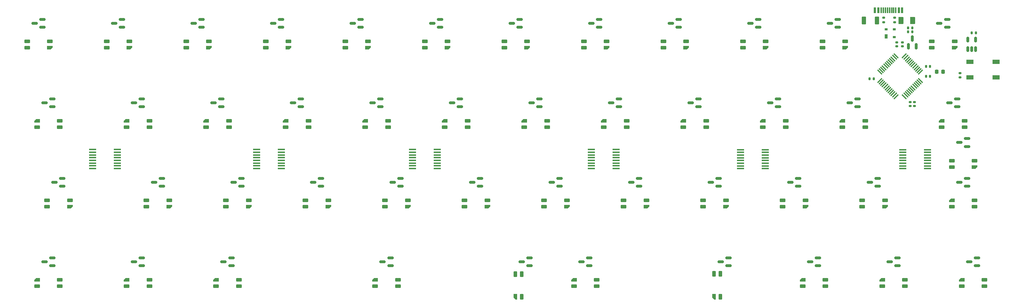
<source format=gbr>
G04 #@! TF.GenerationSoftware,KiCad,Pcbnew,(7.0.0)*
G04 #@! TF.CreationDate,2023-09-24T22:26:46+02:00*
G04 #@! TF.ProjectId,vootington,766f6f74-696e-4677-946f-6e2e6b696361,rev?*
G04 #@! TF.SameCoordinates,Original*
G04 #@! TF.FileFunction,Paste,Bot*
G04 #@! TF.FilePolarity,Positive*
%FSLAX46Y46*%
G04 Gerber Fmt 4.6, Leading zero omitted, Abs format (unit mm)*
G04 Created by KiCad (PCBNEW (7.0.0)) date 2023-09-24 22:26:46*
%MOMM*%
%LPD*%
G01*
G04 APERTURE LIST*
G04 Aperture macros list*
%AMRoundRect*
0 Rectangle with rounded corners*
0 $1 Rounding radius*
0 $2 $3 $4 $5 $6 $7 $8 $9 X,Y pos of 4 corners*
0 Add a 4 corners polygon primitive as box body*
4,1,4,$2,$3,$4,$5,$6,$7,$8,$9,$2,$3,0*
0 Add four circle primitives for the rounded corners*
1,1,$1+$1,$2,$3*
1,1,$1+$1,$4,$5*
1,1,$1+$1,$6,$7*
1,1,$1+$1,$8,$9*
0 Add four rect primitives between the rounded corners*
20,1,$1+$1,$2,$3,$4,$5,0*
20,1,$1+$1,$4,$5,$6,$7,0*
20,1,$1+$1,$6,$7,$8,$9,0*
20,1,$1+$1,$8,$9,$2,$3,0*%
%AMFreePoly0*
4,1,18,-0.410000,0.593000,-0.403758,0.624380,-0.385983,0.650983,-0.359380,0.668758,-0.328000,0.675000,0.328000,0.675000,0.359380,0.668758,0.385983,0.650983,0.403758,0.624380,0.410000,0.593000,0.410000,-0.593000,0.403758,-0.624380,0.385983,-0.650983,0.359380,-0.668758,0.328000,-0.675000,0.000000,-0.675000,-0.410000,-0.265000,-0.410000,0.593000,-0.410000,0.593000,$1*%
G04 Aperture macros list end*
%ADD10RoundRect,0.082000X-0.328000X-0.593000X0.328000X-0.593000X0.328000X0.593000X-0.328000X0.593000X0*%
%ADD11FreePoly0,0.000000*%
%ADD12RoundRect,0.150000X0.150000X-0.512500X0.150000X0.512500X-0.150000X0.512500X-0.150000X-0.512500X0*%
%ADD13RoundRect,0.150000X0.587500X0.150000X-0.587500X0.150000X-0.587500X-0.150000X0.587500X-0.150000X0*%
%ADD14R,1.778000X0.419100*%
%ADD15RoundRect,0.082000X-0.593000X0.328000X-0.593000X-0.328000X0.593000X-0.328000X0.593000X0.328000X0*%
%ADD16FreePoly0,270.000000*%
%ADD17RoundRect,0.082000X0.593000X-0.328000X0.593000X0.328000X-0.593000X0.328000X-0.593000X-0.328000X0*%
%ADD18FreePoly0,90.000000*%
%ADD19R,1.800000X1.100000*%
%ADD20RoundRect,0.075000X0.521491X-0.415425X-0.415425X0.521491X-0.521491X0.415425X0.415425X-0.521491X0*%
%ADD21RoundRect,0.075000X0.521491X0.415425X0.415425X0.521491X-0.521491X-0.415425X-0.415425X-0.521491X0*%
%ADD22RoundRect,0.140000X0.140000X0.170000X-0.140000X0.170000X-0.140000X-0.170000X0.140000X-0.170000X0*%
%ADD23RoundRect,0.135000X0.185000X-0.135000X0.185000X0.135000X-0.185000X0.135000X-0.185000X-0.135000X0*%
%ADD24RoundRect,0.140000X-0.170000X0.140000X-0.170000X-0.140000X0.170000X-0.140000X0.170000X0.140000X0*%
%ADD25R,0.700000X1.000000*%
%ADD26R,0.700000X0.600000*%
%ADD27RoundRect,0.140000X-0.140000X-0.170000X0.140000X-0.170000X0.140000X0.170000X-0.140000X0.170000X0*%
%ADD28R,0.600000X1.450000*%
%ADD29R,0.300000X1.450000*%
%ADD30RoundRect,0.140000X0.170000X-0.140000X0.170000X0.140000X-0.170000X0.140000X-0.170000X-0.140000X0*%
%ADD31RoundRect,0.250000X-0.275000X-0.700000X0.275000X-0.700000X0.275000X0.700000X-0.275000X0.700000X0*%
%ADD32RoundRect,0.225000X-0.225000X-0.250000X0.225000X-0.250000X0.225000X0.250000X-0.225000X0.250000X0*%
%ADD33RoundRect,0.150000X0.150000X-0.587500X0.150000X0.587500X-0.150000X0.587500X-0.150000X-0.587500X0*%
%ADD34RoundRect,0.250000X-0.375000X-0.625000X0.375000X-0.625000X0.375000X0.625000X-0.375000X0.625000X0*%
G04 APERTURE END LIST*
D10*
X152212750Y-101395000D03*
X150712750Y-101395000D03*
X152212750Y-106845000D03*
D11*
X150712749Y-106844999D03*
D12*
X260982500Y-47492500D03*
X260032500Y-47492500D03*
X259082500Y-47492500D03*
X259082500Y-45217500D03*
X260982500Y-45217500D03*
D13*
X258906250Y-68900000D03*
X258906250Y-70800000D03*
X257031250Y-69850000D03*
D14*
X210569635Y-71563904D03*
X210569635Y-72214144D03*
X210569635Y-72864384D03*
X210569635Y-73514624D03*
X210569635Y-74159784D03*
X210569635Y-74810024D03*
X210569635Y-75460264D03*
X210569635Y-76110504D03*
X204620955Y-76110504D03*
X204620955Y-75460264D03*
X204620955Y-74810024D03*
X204620955Y-74159784D03*
X204620955Y-73514624D03*
X204620955Y-72864384D03*
X204620955Y-72214144D03*
X204620955Y-71563904D03*
D15*
X41618750Y-104279000D03*
X41618750Y-102779000D03*
X36168750Y-104279000D03*
D16*
X36168749Y-102778999D03*
D13*
X201756250Y-97475000D03*
X201756250Y-99375000D03*
X199881250Y-98425000D03*
D17*
X109987500Y-45629000D03*
X109987500Y-47129000D03*
X115437500Y-45629000D03*
D18*
X115437499Y-47128999D03*
D13*
X39831250Y-97475000D03*
X39831250Y-99375000D03*
X37956250Y-98425000D03*
D17*
X38550000Y-83729000D03*
X38550000Y-85229000D03*
X44000000Y-83729000D03*
D18*
X43999999Y-85228999D03*
D13*
X151750000Y-40325000D03*
X151750000Y-42225000D03*
X149875000Y-41275000D03*
D17*
X214762500Y-83729000D03*
X214762500Y-85229000D03*
X220212500Y-83729000D03*
D18*
X220212499Y-85228999D03*
D15*
X263075000Y-104279000D03*
X263075000Y-102779000D03*
X257625000Y-104279000D03*
D16*
X257624999Y-102778999D03*
D13*
X85075000Y-78425000D03*
X85075000Y-80325000D03*
X83200000Y-79375000D03*
X120793750Y-97475000D03*
X120793750Y-99375000D03*
X118918750Y-98425000D03*
D19*
X265831249Y-50537499D03*
X259631249Y-50537499D03*
X265831249Y-54237499D03*
X259631249Y-54237499D03*
D20*
X247775376Y-54973788D03*
X247421822Y-55327342D03*
X247068269Y-55680895D03*
X246714715Y-56034449D03*
X246361162Y-56388002D03*
X246007609Y-56741555D03*
X245654055Y-57095109D03*
X245300502Y-57448662D03*
X244946949Y-57802215D03*
X244593395Y-58155769D03*
X244239842Y-58509322D03*
X243886288Y-58862876D03*
D21*
X241888712Y-58862876D03*
X241535158Y-58509322D03*
X241181605Y-58155769D03*
X240828051Y-57802215D03*
X240474498Y-57448662D03*
X240120945Y-57095109D03*
X239767391Y-56741555D03*
X239413838Y-56388002D03*
X239060285Y-56034449D03*
X238706731Y-55680895D03*
X238353178Y-55327342D03*
X237999624Y-54973788D03*
D20*
X237999624Y-52976212D03*
X238353178Y-52622658D03*
X238706731Y-52269105D03*
X239060285Y-51915551D03*
X239413838Y-51561998D03*
X239767391Y-51208445D03*
X240120945Y-50854891D03*
X240474498Y-50501338D03*
X240828051Y-50147785D03*
X241181605Y-49794231D03*
X241535158Y-49440678D03*
X241888712Y-49087124D03*
D21*
X243886288Y-49087124D03*
X244239842Y-49440678D03*
X244593395Y-49794231D03*
X244946949Y-50147785D03*
X245300502Y-50501338D03*
X245654055Y-50854891D03*
X246007609Y-51208445D03*
X246361162Y-51561998D03*
X246714715Y-51915551D03*
X247068269Y-52269105D03*
X247421822Y-52622658D03*
X247775376Y-52976212D03*
D17*
X186187500Y-45629000D03*
X186187500Y-47129000D03*
X191637500Y-45629000D03*
D18*
X191637499Y-47128999D03*
D22*
X245774634Y-42346718D03*
X244814634Y-42346718D03*
D15*
X84481250Y-104279000D03*
X84481250Y-102779000D03*
X79031250Y-104279000D03*
D16*
X79031249Y-102778999D03*
D23*
X238918750Y-40991250D03*
X238918750Y-39971250D03*
D24*
X246345055Y-60165152D03*
X246345055Y-61125152D03*
D15*
X63050000Y-66179000D03*
X63050000Y-64679000D03*
X57600000Y-66179000D03*
D16*
X57599999Y-64678999D03*
D15*
X101150000Y-66179000D03*
X101150000Y-64679000D03*
X95700000Y-66179000D03*
D16*
X95699999Y-64678999D03*
D13*
X199375000Y-78425000D03*
X199375000Y-80325000D03*
X197500000Y-79375000D03*
X137462500Y-59375000D03*
X137462500Y-61275000D03*
X135587500Y-60325000D03*
D25*
X239506249Y-44406249D03*
D26*
X239506249Y-42706249D03*
X241506249Y-42706249D03*
X241506249Y-44606249D03*
D13*
X227950000Y-40325000D03*
X227950000Y-42225000D03*
X226075000Y-41275000D03*
X256525000Y-59375000D03*
X256525000Y-61275000D03*
X254650000Y-60325000D03*
X156512500Y-59375000D03*
X156512500Y-61275000D03*
X154637500Y-60325000D03*
D27*
X244819051Y-43317532D03*
X245779051Y-43317532D03*
D17*
X71887500Y-45629000D03*
X71887500Y-47129000D03*
X77337500Y-45629000D03*
D18*
X77337499Y-47128999D03*
D15*
X120200000Y-66179000D03*
X120200000Y-64679000D03*
X114750000Y-66179000D03*
D16*
X114749999Y-64678999D03*
D15*
X215450000Y-66179000D03*
X215450000Y-64679000D03*
X210000000Y-66179000D03*
D16*
X209999999Y-64678999D03*
D17*
X255243750Y-74204000D03*
X255243750Y-75704000D03*
X260693750Y-74204000D03*
D18*
X260693749Y-75703999D03*
D13*
X142225000Y-78425000D03*
X142225000Y-80325000D03*
X140350000Y-79375000D03*
D17*
X33787500Y-45629000D03*
X33787500Y-47129000D03*
X39237500Y-45629000D03*
D18*
X39237499Y-47128999D03*
D13*
X132700000Y-40325000D03*
X132700000Y-42225000D03*
X130825000Y-41275000D03*
D24*
X245268750Y-60158750D03*
X245268750Y-61118750D03*
D13*
X154131250Y-97475000D03*
X154131250Y-99375000D03*
X152256250Y-98425000D03*
D23*
X241553411Y-40991249D03*
X241553411Y-39971249D03*
D15*
X41618750Y-66179000D03*
X41618750Y-64679000D03*
X36168750Y-66179000D03*
D16*
X36168749Y-64678999D03*
D17*
X195712500Y-83729000D03*
X195712500Y-85229000D03*
X201162500Y-83729000D03*
D18*
X201162499Y-85228999D03*
D13*
X123175000Y-78425000D03*
X123175000Y-80325000D03*
X121300000Y-79375000D03*
D17*
X224287500Y-45629000D03*
X224287500Y-47129000D03*
X229737500Y-45629000D03*
D18*
X229737499Y-47128999D03*
D13*
X82693750Y-97475000D03*
X82693750Y-99375000D03*
X80818750Y-98425000D03*
D22*
X236541368Y-54558187D03*
X235581368Y-54558187D03*
D10*
X199825749Y-101338000D03*
X198325749Y-101338000D03*
X199825749Y-106788000D03*
D11*
X198325748Y-106787999D03*
D13*
X180325000Y-78425000D03*
X180325000Y-80325000D03*
X178450000Y-79375000D03*
X66025000Y-78425000D03*
X66025000Y-80325000D03*
X64150000Y-79375000D03*
D14*
X55361839Y-71545449D03*
X55361839Y-72195689D03*
X55361839Y-72845929D03*
X55361839Y-73496169D03*
X55361839Y-74141329D03*
X55361839Y-74791569D03*
X55361839Y-75441809D03*
X55361839Y-76092049D03*
X49413159Y-76092049D03*
X49413159Y-75441809D03*
X49413159Y-74791569D03*
X49413159Y-74141329D03*
X49413159Y-73496169D03*
X49413159Y-72845929D03*
X49413159Y-72195689D03*
X49413159Y-71545449D03*
D13*
X37450000Y-40325000D03*
X37450000Y-42225000D03*
X35575000Y-41275000D03*
X237475000Y-78425000D03*
X237475000Y-80325000D03*
X235600000Y-79375000D03*
X261287500Y-97475000D03*
X261287500Y-99375000D03*
X259412500Y-98425000D03*
X61262500Y-97475000D03*
X61262500Y-99375000D03*
X59387500Y-98425000D03*
X113650000Y-40325000D03*
X113650000Y-42225000D03*
X111775000Y-41275000D03*
X104125000Y-78425000D03*
X104125000Y-80325000D03*
X102250000Y-79375000D03*
X56500000Y-40325000D03*
X56500000Y-42225000D03*
X54625000Y-41275000D03*
D28*
X236843499Y-38176249D03*
X237643499Y-38176249D03*
D29*
X238843499Y-38176249D03*
X239843499Y-38176249D03*
X240343499Y-38176249D03*
X241343499Y-38176249D03*
D28*
X242543499Y-38176249D03*
X243343499Y-38176249D03*
X243343499Y-38176249D03*
X242543499Y-38176249D03*
D29*
X241843499Y-38176249D03*
X240843499Y-38176249D03*
X239343499Y-38176249D03*
X238343499Y-38176249D03*
D28*
X237643499Y-38176249D03*
X236843499Y-38176249D03*
D13*
X170800000Y-40325000D03*
X170800000Y-42225000D03*
X168925000Y-41275000D03*
X223187500Y-97475000D03*
X223187500Y-99375000D03*
X221312500Y-98425000D03*
D15*
X224975000Y-104279000D03*
X224975000Y-102779000D03*
X219525000Y-104279000D03*
D16*
X219524999Y-102778999D03*
D14*
X174850885Y-71543434D03*
X174850885Y-72193674D03*
X174850885Y-72843914D03*
X174850885Y-73494154D03*
X174850885Y-74139314D03*
X174850885Y-74789554D03*
X174850885Y-75439794D03*
X174850885Y-76090034D03*
X168902205Y-76090034D03*
X168902205Y-75439794D03*
X168902205Y-74789554D03*
X168902205Y-74139314D03*
X168902205Y-73494154D03*
X168902205Y-72843914D03*
X168902205Y-72193674D03*
X168902205Y-71543434D03*
D17*
X250481250Y-45629000D03*
X250481250Y-47129000D03*
X255931250Y-45629000D03*
D18*
X255931249Y-47128999D03*
D15*
X82100000Y-66179000D03*
X82100000Y-64679000D03*
X76650000Y-66179000D03*
D16*
X76649999Y-64678999D03*
D13*
X61262500Y-59375000D03*
X61262500Y-61275000D03*
X59387500Y-60325000D03*
X80312500Y-59375000D03*
X80312500Y-61275000D03*
X78437500Y-60325000D03*
D30*
X242093750Y-46807472D03*
X242093750Y-45847472D03*
D15*
X234500000Y-66179000D03*
X234500000Y-64679000D03*
X229050000Y-66179000D03*
D16*
X229049999Y-64678999D03*
D13*
X118412500Y-59375000D03*
X118412500Y-61275000D03*
X116537500Y-60325000D03*
D27*
X249071250Y-51593750D03*
X250031250Y-51593750D03*
D13*
X175562500Y-59375000D03*
X175562500Y-61275000D03*
X173687500Y-60325000D03*
D24*
X243424261Y-45847472D03*
X243424261Y-46807472D03*
D17*
X205237500Y-45629000D03*
X205237500Y-47129000D03*
X210687500Y-45629000D03*
D18*
X210687499Y-47128999D03*
D23*
X257250000Y-54237500D03*
X257250000Y-53217500D03*
D17*
X129037500Y-45629000D03*
X129037500Y-47129000D03*
X134487500Y-45629000D03*
D18*
X134487499Y-47128999D03*
D15*
X158300000Y-66179000D03*
X158300000Y-64679000D03*
X152850000Y-66179000D03*
D16*
X152849999Y-64678999D03*
D17*
X100462500Y-83729000D03*
X100462500Y-85229000D03*
X105912500Y-83729000D03*
D18*
X105912499Y-85228999D03*
D17*
X233812500Y-83729000D03*
X233812500Y-85229000D03*
X239262500Y-83729000D03*
D18*
X239262499Y-85228999D03*
D17*
X90937500Y-45629000D03*
X90937500Y-47129000D03*
X96387500Y-45629000D03*
D18*
X96387499Y-47128999D03*
D14*
X249463385Y-71563904D03*
X249463385Y-72214144D03*
X249463385Y-72864384D03*
X249463385Y-73514624D03*
X249463385Y-74159784D03*
X249463385Y-74810024D03*
X249463385Y-75460264D03*
X249463385Y-76110504D03*
X243514705Y-76110504D03*
X243514705Y-75460264D03*
X243514705Y-74810024D03*
X243514705Y-74159784D03*
X243514705Y-73514624D03*
X243514705Y-72864384D03*
X243514705Y-72214144D03*
X243514705Y-71563904D03*
D31*
X234168750Y-40640000D03*
X237318750Y-40640000D03*
D15*
X244025000Y-104279000D03*
X244025000Y-102779000D03*
X238575000Y-104279000D03*
D16*
X238574999Y-102778999D03*
D17*
X81412500Y-83729000D03*
X81412500Y-85229000D03*
X86862500Y-83729000D03*
D18*
X86862499Y-85228999D03*
D15*
X260693750Y-85229000D03*
X260693750Y-83729000D03*
X255243750Y-85229000D03*
D16*
X255243749Y-83728999D03*
D17*
X157612500Y-83729000D03*
X157612500Y-85229000D03*
X163062500Y-83729000D03*
D18*
X163062499Y-85228999D03*
D27*
X249071250Y-53975000D03*
X250031250Y-53975000D03*
D17*
X138562500Y-83729000D03*
X138562500Y-85229000D03*
X144012500Y-83729000D03*
D18*
X144012499Y-85228999D03*
D13*
X39831250Y-59375000D03*
X39831250Y-61275000D03*
X37956250Y-60325000D03*
X94600000Y-40325000D03*
X94600000Y-42225000D03*
X92725000Y-41275000D03*
X189850000Y-40325000D03*
X189850000Y-42225000D03*
X187975000Y-41275000D03*
X242237500Y-97475000D03*
X242237500Y-99375000D03*
X240362500Y-98425000D03*
D17*
X167137500Y-45629000D03*
X167137500Y-47129000D03*
X172587500Y-45629000D03*
D18*
X172587499Y-47128999D03*
D13*
X232712500Y-59375000D03*
X232712500Y-61275000D03*
X230837500Y-60325000D03*
X99362500Y-59375000D03*
X99362500Y-61275000D03*
X97487500Y-60325000D03*
X168418750Y-97475000D03*
X168418750Y-99375000D03*
X166543750Y-98425000D03*
D15*
X139250000Y-66179000D03*
X139250000Y-64679000D03*
X133800000Y-66179000D03*
D16*
X133799999Y-64678999D03*
D13*
X218425000Y-78425000D03*
X218425000Y-80325000D03*
X216550000Y-79375000D03*
X254143750Y-40325000D03*
X254143750Y-42225000D03*
X252268750Y-41275000D03*
D17*
X148087500Y-45629000D03*
X148087500Y-47129000D03*
X153537500Y-45629000D03*
D18*
X153537499Y-47128999D03*
D13*
X213662500Y-59375000D03*
X213662500Y-61275000D03*
X211787500Y-60325000D03*
D15*
X258312500Y-66179000D03*
X258312500Y-64679000D03*
X252862500Y-66179000D03*
D16*
X252862499Y-64678999D03*
D15*
X177350000Y-66179000D03*
X177350000Y-64679000D03*
X171900000Y-66179000D03*
D16*
X171899999Y-64678999D03*
D32*
X251634461Y-52925494D03*
X253184461Y-52925494D03*
D17*
X119512500Y-83729000D03*
X119512500Y-85229000D03*
X124962500Y-83729000D03*
D18*
X124962499Y-85228999D03*
D13*
X194612500Y-59375000D03*
X194612500Y-61275000D03*
X192737500Y-60325000D03*
X161275000Y-78425000D03*
X161275000Y-80325000D03*
X159400000Y-79375000D03*
X42212500Y-78425000D03*
X42212500Y-80325000D03*
X40337500Y-79375000D03*
D14*
X94682135Y-71545449D03*
X94682135Y-72195689D03*
X94682135Y-72845929D03*
X94682135Y-73496169D03*
X94682135Y-74141329D03*
X94682135Y-74791569D03*
X94682135Y-75441809D03*
X94682135Y-76092049D03*
X88733455Y-76092049D03*
X88733455Y-75441809D03*
X88733455Y-74791569D03*
X88733455Y-74141329D03*
X88733455Y-73496169D03*
X88733455Y-72845929D03*
X88733455Y-72195689D03*
X88733455Y-71545449D03*
D13*
X258906250Y-78425000D03*
X258906250Y-80325000D03*
X257031250Y-79375000D03*
D14*
X131988385Y-71543434D03*
X131988385Y-72193674D03*
X131988385Y-72843914D03*
X131988385Y-73494154D03*
X131988385Y-74139314D03*
X131988385Y-74789554D03*
X131988385Y-75439794D03*
X131988385Y-76090034D03*
X126039705Y-76090034D03*
X126039705Y-75439794D03*
X126039705Y-74789554D03*
X126039705Y-74139314D03*
X126039705Y-73494154D03*
X126039705Y-72843914D03*
X126039705Y-72193674D03*
X126039705Y-71543434D03*
D27*
X260060500Y-43561000D03*
X261020500Y-43561000D03*
D13*
X208900000Y-40325000D03*
X208900000Y-42225000D03*
X207025000Y-41275000D03*
D33*
X246755511Y-46807472D03*
X244855511Y-46807472D03*
X245805511Y-44932472D03*
D15*
X170206250Y-104279000D03*
X170206250Y-102779000D03*
X164756250Y-104279000D03*
D16*
X164756249Y-102778999D03*
D34*
X243075000Y-40640000D03*
X245875000Y-40640000D03*
D17*
X52837500Y-45629000D03*
X52837500Y-47129000D03*
X58287500Y-45629000D03*
D18*
X58287499Y-47128999D03*
D13*
X75550000Y-40325000D03*
X75550000Y-42225000D03*
X73675000Y-41275000D03*
D17*
X176662500Y-83729000D03*
X176662500Y-85229000D03*
X182112500Y-83729000D03*
D18*
X182112499Y-85228999D03*
D17*
X62362500Y-83729000D03*
X62362500Y-85229000D03*
X67812500Y-83729000D03*
D18*
X67812499Y-85228999D03*
D15*
X63050000Y-104279000D03*
X63050000Y-102779000D03*
X57600000Y-104279000D03*
D16*
X57599999Y-102778999D03*
D15*
X196400000Y-66179000D03*
X196400000Y-64679000D03*
X190950000Y-66179000D03*
D16*
X190949999Y-64678999D03*
D15*
X122581250Y-104279000D03*
X122581250Y-102779000D03*
X117131250Y-104279000D03*
D16*
X117131249Y-102778999D03*
M02*

</source>
